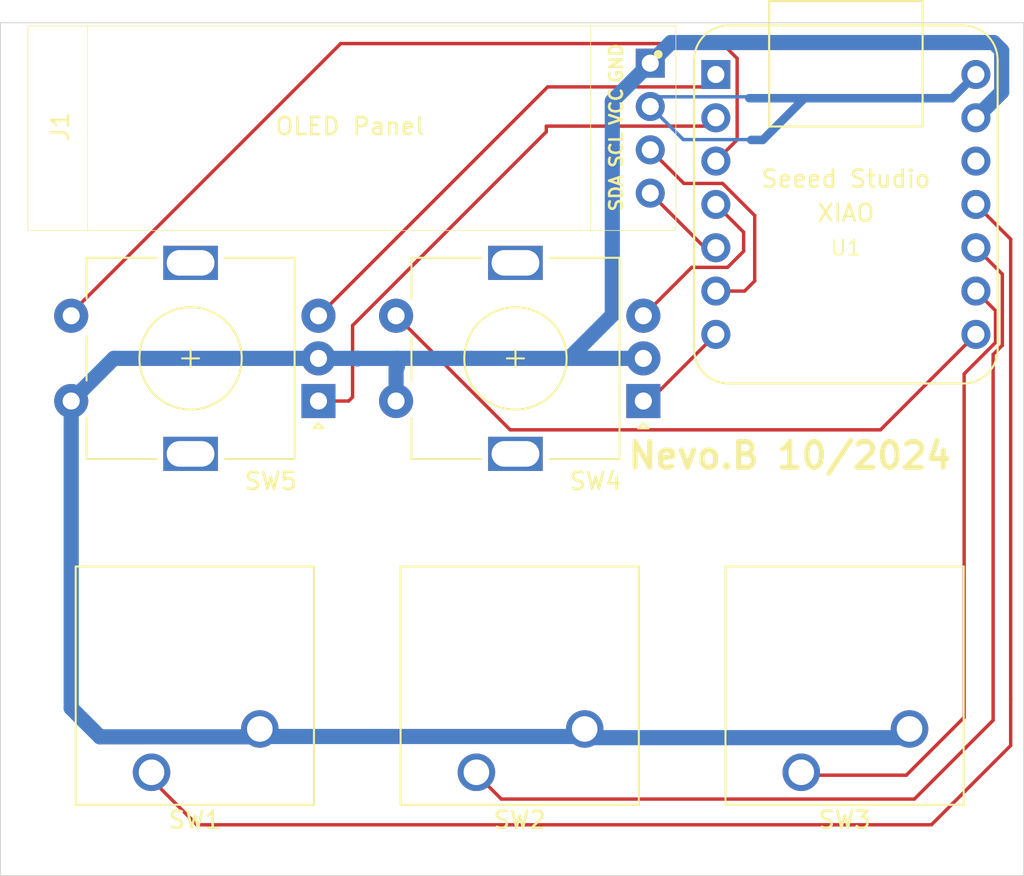
<source format=kicad_pcb>
(kicad_pcb (version 20240108) (generator "pcbnew") (generator_version "8.0")
  (layers (0 "F.Cu" signal) (31 "B.Cu" signal) (34 "B.Paste" user) (35 "F.Paste" user) (36 "B.SilkS" user "B.Silkscreen") (37 "F.SilkS" user "F.Silkscreen") (38 "B.Mask" user) (39 "F.Mask" user) (44 "Edge.Cuts" user))
  (net 0 "")
  (net 1 "GND")
  (net 2 "Net-(U1-PA6_A10_D10_MOSI)")
  (net 3 "Net-(U1-PA5_A9_D9_MISO)")
  (net 4 "Net-(U1-PA7_A8_D8_SCK)")
  (net 5 "Net-(U1-PB09_A7_D7_RX)")
  (net 6 "Net-(U1-PB08_A6_D6_TX)")
  (net 7 "Net-(U1-PA4_A1_D1)")
  (net 8 "Net-(U1-PA10_A2_D2)")
  (net 9 "Net-(U1-PA02_A0_D0)")
  (net 11 "+5V")
  (net 12 "SDA")
  (net 13 "SCL")
  (net 14 "Net-(U1-PA11_A3_D3)")
  (footprint "Rotary_Encoder:RotaryEncoder_Alps_EC11E-Switch_Vertical_H20mm" (layer "F.Cu") (at 147.72 44.95 180)
    (property "Reference" "SW5" (at 2.8 -4.7 0) (layer "F.SilkS"))
    (property "Value" "RotaryEncoder_Switch")
    (fp_line (start 13.6 8.4) (end 9.5 8.4) (stroke (width 0.12)) (layer "F.SilkS"))
    (fp_line (start 13.6 6) (end 13.6 8.4) (stroke (width 0.12)) (layer "F.SilkS"))
    (fp_line (start 13.6 1.2) (end 13.6 3.8) (stroke (width 0.12)) (layer "F.SilkS"))
    (fp_line (start 13.6 -3.4) (end 13.6 -1) (stroke (width 0.12)) (layer "F.SilkS"))
    (fp_line (start 9.5 -3.4) (end 13.6 -3.4) (stroke (width 0.12)) (layer "F.SilkS"))
    (fp_line (start 7.5 2) (end 7.5 3) (stroke (width 0.12)) (layer "F.SilkS"))
    (fp_line (start 7 2.5) (end 8 2.5) (stroke (width 0.12)) (layer "F.SilkS"))
    (fp_line (start 5.5 8.4) (end 1.4 8.4) (stroke (width 0.12)) (layer "F.SilkS"))
    (fp_line (start 5.5 -3.4) (end 1.4 -3.4) (stroke (width 0.12)) (layer "F.SilkS"))
    (fp_line (start 1.4 -3.4) (end 1.4 8.4) (stroke (width 0.12)) (layer "F.SilkS"))
    (fp_line (start 0.3 -1.6) (end 0 -1.3) (stroke (width 0.12)) (layer "F.SilkS"))
    (fp_line (start 0 -1.3) (end -0.3 -1.6) (stroke (width 0.12)) (layer "F.SilkS"))
    (fp_line (start -0.3 -1.6) (end 0.3 -1.6) (stroke (width 0.12)) (layer "F.SilkS"))
    (fp_circle (center 7.5 2.5) (end 10.5 2.5) (stroke (width 0.12)) (fill none) (layer "F.SilkS"))
    (pad "A" thru_hole rect (at 0 0 180) (size 2 2) (drill 1) (layers "*.Cu" "*.Mask") (net 7 "Net-(U1-PA4_A1_D1)"))
    (pad "B" thru_hole circle (at 0 5 180) (size 2 2) (drill 1) (layers "*.Cu" "*.Mask") (net 9 "Net-(U1-PA02_A0_D0)"))
    (pad "C" thru_hole circle (at 0 2.5 180) (size 2 2) (drill 1) (layers "*.Cu" "*.Mask") (net 1 "GND"))
    (pad "MP" thru_hole rect (at 7.5 -3.1 180) (size 3.2 2) (drill oval 2.8 1.5) (layers "*.Cu" "*.Mask"))
    (pad "MP" thru_hole rect (at 7.5 8.1 180) (size 3.2 2) (drill oval 2.8 1.5) (layers "*.Cu" "*.Mask"))
    (pad "S1" thru_hole circle (at 14.5 5 180) (size 2 2) (drill 1) (layers "*.Cu" "*.Mask") (net 8 "Net-(U1-PA10_A2_D2)"))
    (pad "S2" thru_hole circle (at 14.5 0 180) (size 2 2) (drill 1) (layers "*.Cu" "*.Mask") (net 1 "GND"))
  )
  (footprint "Seeed Studio XIAO Series Library:XIAO-Generic-Thruhole-14P-2.54-21X17.8MM" (layer "F.Cu") (at 178.64525 33.422015)
    (property "Reference" "U1" (at 0 2.54 0) (layer "F.SilkS") (effects (font (size 0.889 0.889) (thickness 0.1016))))
    (property "Value" "Seeed Studio XIAO SAMD21" (hide yes))
    (fp_line (start -8.9 -8.5) (end -8.9 8.5) (stroke (width 0.127)) (layer "F.SilkS"))
    (fp_line (start -6.9 10.5) (end 6.9 10.5) (stroke (width 0.127)) (layer "F.SilkS"))
    (fp_line (start -4.5 -11.92403) (end 4.5 -11.92403) (stroke (width 0.127)) (layer "F.SilkS"))
    (fp_line (start -4.5 -4.57073) (end -4.5 -11.92403) (stroke (width 0.127)) (layer "F.SilkS"))
    (fp_line (start 4.5 -11.92403) (end 4.5 -4.57073) (stroke (width 0.127)) (layer "F.SilkS"))
    (fp_line (start 4.5 -4.57073) (end -4.5 -4.57073) (stroke (width 0.127)) (layer "F.SilkS"))
    (fp_line (start 6.9 -10.49909) (end -6.9 -10.49909) (stroke (width 0.127)) (layer "F.SilkS"))
    (fp_line (start 8.9 8.5) (end 8.9 -8.5) (stroke (width 0.127)) (layer "F.SilkS"))
    (fp_arc (start -8.9 -8.5) (mid -8.301491 -9.901491) (end -6.9 -10.5) (stroke (width 0.12)) (layer "F.SilkS"))
    (fp_arc (start -6.9 10.5) (mid -8.301423 9.901423) (end -8.9 8.5) (stroke (width 0.12)) (layer "F.SilkS"))
    (fp_arc (start 6.9 -10.5) (mid 8.301494 -9.901494) (end 8.9 -8.5) (stroke (width 0.12)) (layer "F.SilkS"))
    (fp_arc (start 8.9 8.5) (mid 8.314214 9.914214) (end 6.9 10.5) (stroke (width 0.12)) (layer "F.SilkS"))
    (fp_circle (center -11 -8.8) (end -11 -9.054) (fill solid) (layer "F.SilkS"))
    (fp_poly (pts (xy -8.887715 -8.561705) (xy -8.884667 -8.610473) (xy -8.880603 -8.659494)) (stroke (width 0.0254)) (fill none) (layer "F.SilkS"))
    (fp_poly (pts (xy 8.889492 8.521574) (xy 8.887713 8.57085) (xy 8.884665 8.619618) (xy 8.880601 8.668639) (xy 8.875268 8.717407) (xy 8.868664 8.766175) (xy 8.861044 8.81469) (xy 8.852153 8.86295) (xy 8.842248 8.910955)) (stroke (width 0.0254)) (fill none) (layer "F.SilkS"))
    (fp_text user "Seeed Studio" (at 0 -1.5 0) (layer "F.SilkS"))
    (fp_text user "XIAO" (at 0 0.5 0) (layer "F.SilkS"))
    (pad "1" thru_hole rect (at -7.625 -7.62) (size 1.7 1.7) (drill 1) (layers "*.Cu" "*.Mask") (net 9 "Net-(U1-PA02_A0_D0)"))
    (pad "2" thru_hole circle (at -7.625 -5.08) (size 1.7 1.7) (drill 1) (layers "*.Cu" "*.Mask") (net 7 "Net-(U1-PA4_A1_D1)"))
    (pad "3" thru_hole circle (at -7.625 -2.54) (size 1.7 1.7) (drill 1) (layers "*.Cu" "*.Mask") (net 8 "Net-(U1-PA10_A2_D2)"))
    (pad "4" thru_hole circle (at -7.625 0) (size 1.7 1.7) (drill 1) (layers "*.Cu" "*.Mask") (net 14 "Net-(U1-PA11_A3_D3)"))
    (pad "5" thru_hole circle (at -7.625 2.54) (size 1.7 1.7) (drill 1) (layers "*.Cu" "*.Mask") (net 12 "SDA"))
    (pad "6" thru_hole circle (at -7.625 5.08 180) (size 1.7 1.7) (drill 1) (layers "*.Cu" "*.Mask") (net 13 "SCL"))
    (pad "7" thru_hole circle (at -7.625 7.62) (size 1.7 1.7) (drill 1) (layers "*.Cu" "*.Mask") (net 6 "Net-(U1-PB08_A6_D6_TX)"))
    (pad "8" thru_hole circle (at 7.625 7.62) (size 1.7 1.7) (drill 1) (layers "*.Cu" "*.Mask") (net 5 "Net-(U1-PB09_A7_D7_RX)"))
    (pad "9" thru_hole circle (at 7.625 5.08) (size 1.7 1.7) (drill 1) (layers "*.Cu" "*.Mask") (net 4 "Net-(U1-PA7_A8_D8_SCK)"))
    (pad "10" thru_hole circle (at 7.625 2.54) (size 1.7 1.7) (drill 1) (layers "*.Cu" "*.Mask") (net 3 "Net-(U1-PA5_A9_D9_MISO)"))
    (pad "11" thru_hole circle (at 7.625 0) (size 1.7 1.7) (drill 1) (layers "*.Cu" "*.Mask") (net 2 "Net-(U1-PA6_A10_D10_MOSI)"))
    (pad "12" thru_hole circle (at 7.625 -2.54) (size 1.7 1.7) (drill 1) (layers "*.Cu" "*.Mask"))
    (pad "13" thru_hole circle (at 7.625 -5.08) (size 1.7 1.7) (drill 1) (layers "*.Cu" "*.Mask") (net 1 "GND"))
    (pad "14" thru_hole circle (at 7.625 -7.62) (size 1.7 1.7) (drill 1) (layers "*.Cu" "*.Mask") (net 11 "+5V"))
  )
  (footprint "Button_Switch_Keyboard:SW_Cherry_MX_1.00u_PCB" (layer "F.Cu") (at 137.93 66.72 180)
    (property "Reference" "SW1" (at -2.54 -2.794 0) (layer "F.SilkS"))
    (property "Value" "SW_Push")
    (fp_line (start 4.445 12.065) (end -9.525 12.065) (stroke (width 0.12)) (layer "F.SilkS"))
    (fp_line (start 4.445 -1.905) (end 4.445 12.065) (stroke (width 0.12)) (layer "F.SilkS"))
    (fp_line (start -9.525 12.065) (end -9.525 -1.905) (stroke (width 0.12)) (layer "F.SilkS"))
    (fp_line (start -9.525 -1.905) (end 4.445 -1.905) (stroke (width 0.12)) (layer "F.SilkS"))
    (pad "" np_thru_hole circle (at -7.62 5.08 180) (size 1.7 1.7) (drill 1.7) (layers "*.Cu" "*.Mask"))
    (pad "" np_thru_hole circle (at -2.54 5.08 180) (size 4 4) (drill 4) (layers "*.Cu" "*.Mask"))
    (pad "" np_thru_hole circle (at 2.54 5.08 180) (size 1.7 1.7) (drill 1.7) (layers "*.Cu" "*.Mask"))
    (pad "1" thru_hole circle (at 0 0 180) (size 2.2 2.2) (drill 1.5) (layers "*.Cu" "*.Mask") (net 2 "Net-(U1-PA6_A10_D10_MOSI)"))
    (pad "2" thru_hole circle (at -6.35 2.54 180) (size 2.2 2.2) (drill 1.5) (layers "*.Cu" "*.Mask") (net 1 "GND"))
  )
  (footprint "Rotary_Encoder:RotaryEncoder_Alps_EC11E-Switch_Vertical_H20mm" (layer "F.Cu") (at 166.77 44.95 180)
    (property "Reference" "SW4" (at 2.8 -4.7 0) (layer "F.SilkS"))
    (property "Value" "RotaryEncoder_Switch")
    (fp_line (start 13.6 8.4) (end 9.5 8.4) (stroke (width 0.12)) (layer "F.SilkS"))
    (fp_line (start 13.6 6) (end 13.6 8.4) (stroke (width 0.12)) (layer "F.SilkS"))
    (fp_line (start 13.6 1.2) (end 13.6 3.8) (stroke (width 0.12)) (layer "F.SilkS"))
    (fp_line (start 13.6 -3.4) (end 13.6 -1) (stroke (width 0.12)) (layer "F.SilkS"))
    (fp_line (start 9.5 -3.4) (end 13.6 -3.4) (stroke (width 0.12)) (layer "F.SilkS"))
    (fp_line (start 7.5 2) (end 7.5 3) (stroke (width 0.12)) (layer "F.SilkS"))
    (fp_line (start 7 2.5) (end 8 2.5) (stroke (width 0.12)) (layer "F.SilkS"))
    (fp_line (start 5.5 8.4) (end 1.4 8.4) (stroke (width 0.12)) (layer "F.SilkS"))
    (fp_line (start 5.5 -3.4) (end 1.4 -3.4) (stroke (width 0.12)) (layer "F.SilkS"))
    (fp_line (start 1.4 -3.4) (end 1.4 8.4) (stroke (width 0.12)) (layer "F.SilkS"))
    (fp_line (start 0.3 -1.6) (end 0 -1.3) (stroke (width 0.12)) (layer "F.SilkS"))
    (fp_line (start 0 -1.3) (end -0.3 -1.6) (stroke (width 0.12)) (layer "F.SilkS"))
    (fp_line (start -0.3 -1.6) (end 0.3 -1.6) (stroke (width 0.12)) (layer "F.SilkS"))
    (fp_circle (center 7.5 2.5) (end 10.5 2.5) (stroke (width 0.12)) (fill none) (layer "F.SilkS"))
    (pad "A" thru_hole rect (at 0 0 180) (size 2 2) (drill 1) (layers "*.Cu" "*.Mask") (net 6 "Net-(U1-PB08_A6_D6_TX)"))
    (pad "B" thru_hole circle (at 0 5 180) (size 2 2) (drill 1) (layers "*.Cu" "*.Mask") (net 14 "Net-(U1-PA11_A3_D3)"))
    (pad "C" thru_hole circle (at 0 2.5 180) (size 2 2) (drill 1) (layers "*.Cu" "*.Mask") (net 1 "GND"))
    (pad "MP" thru_hole rect (at 7.5 -3.1 180) (size 3.2 2) (drill oval 2.8 1.5) (layers "*.Cu" "*.Mask"))
    (pad "MP" thru_hole rect (at 7.5 8.1 180) (size 3.2 2) (drill oval 2.8 1.5) (layers "*.Cu" "*.Mask"))
    (pad "S1" thru_hole circle (at 14.5 5 180) (size 2 2) (drill 1) (layers "*.Cu" "*.Mask") (net 5 "Net-(U1-PB09_A7_D7_RX)"))
    (pad "S2" thru_hole circle (at 14.5 0 180) (size 2 2) (drill 1) (layers "*.Cu" "*.Mask") (net 1 "GND"))
  )
  (footprint "Button_Switch_Keyboard:SW_Cherry_MX_1.00u_PCB" (layer "F.Cu") (at 176.03 66.72 180)
    (property "Reference" "SW3" (at -2.54 -2.794 0) (layer "F.SilkS"))
    (property "Value" "SW_Push")
    (fp_line (start 4.445 12.065) (end -9.525 12.065) (stroke (width 0.12)) (layer "F.SilkS"))
    (fp_line (start 4.445 -1.905) (end 4.445 12.065) (stroke (width 0.12)) (layer "F.SilkS"))
    (fp_line (start -9.525 12.065) (end -9.525 -1.905) (stroke (width 0.12)) (layer "F.SilkS"))
    (fp_line (start -9.525 -1.905) (end 4.445 -1.905) (stroke (width 0.12)) (layer "F.SilkS"))
    (pad "" np_thru_hole circle (at -7.62 5.08 180) (size 1.7 1.7) (drill 1.7) (layers "*.Cu" "*.Mask"))
    (pad "" np_thru_hole circle (at -2.54 5.08 180) (size 4 4) (drill 4) (layers "*.Cu" "*.Mask"))
    (pad "" np_thru_hole circle (at 2.54 5.08 180) (size 1.7 1.7) (drill 1.7) (layers "*.Cu" "*.Mask"))
    (pad "1" thru_hole circle (at 0 0 180) (size 2.2 2.2) (drill 1.5) (layers "*.Cu" "*.Mask") (net 4 "Net-(U1-PA7_A8_D8_SCK)"))
    (pad "2" thru_hole circle (at -6.35 2.54 180) (size 2.2 2.2) (drill 1.5) (layers "*.Cu" "*.Mask") (net 1 "GND"))
  )
  (footprint "test:SSD1306-0.91-OLED-4pin-128x32" (layer "F.Cu") (at 130.675 22.95)
    (property "Reference" "J1" (at 1.9 5.91 90) (layer "F.SilkS"))
    (property "Value" "Conn_01x04")
    (fp_line (start 0 0) (end 0 12) (stroke (width 0.04)) (layer "F.SilkS"))
    (fp_line (start 0 12) (end 38 12) (stroke (width 0.04)) (layer "F.SilkS"))
    (fp_line (start 3.5 0) (end 3.5 12) (stroke (width 0.04)) (layer "F.SilkS"))
    (fp_line (start 33 0) (end 33 12) (stroke (width 0.04)) (layer "F.SilkS"))
    (fp_line (start 38 0) (end 0 0) (stroke (width 0.04)) (layer "F.SilkS"))
    (fp_line (start 38 12) (end 38 0) (stroke (width 0.04)) (layer "F.SilkS"))
    (fp_text user "GND" (at 34.5 2.19 -90) (layer "F.SilkS") (effects (font (size 0.75 0.75))))
    (fp_text user "OLED Panel" (at 18.885 5.885 0) (layer "F.SilkS"))
    (fp_text user "VCC" (at 34.5 4.73 -90) (layer "F.SilkS") (effects (font (size 0.75 0.75))))
    (fp_text user "SDA" (at 34.5 9.81 -90) (layer "F.SilkS") (effects (font (size 0.75 0.75))))
    (fp_text user "SCL" (at 34.5 7.27 -90) (layer "F.SilkS") (effects (font (size 0.75 0.75))))
    (pad "1" thru_hole rect (at 36.5 2.19) (size 1.7 1.7) (drill 1) (layers "*.Cu" "*.Mask") (net 1 "GND"))
    (pad "2" thru_hole oval (at 36.5 4.73) (size 1.7 1.7) (drill 1) (layers "*.Cu" "*.Mask") (net 11 "+5V"))
    (pad "3" thru_hole oval (at 36.5 7.27) (size 1.7 1.7) (drill 1) (layers "*.Cu" "*.Mask") (net 13 "SCL"))
    (pad "4" thru_hole oval (at 36.5 9.81) (size 1.7 1.7) (drill 1) (layers "*.Cu" "*.Mask") (net 12 "SDA"))
  )
  (footprint "Button_Switch_Keyboard:SW_Cherry_MX_1.00u_PCB" (layer "F.Cu") (at 156.98 66.72 180)
    (property "Reference" "SW2" (at -2.54 -2.794 0) (layer "F.SilkS"))
    (property "Value" "SW_Push")
    (fp_line (start 4.445 12.065) (end -9.525 12.065) (stroke (width 0.12)) (layer "F.SilkS"))
    (fp_line (start 4.445 -1.905) (end 4.445 12.065) (stroke (width 0.12)) (layer "F.SilkS"))
    (fp_line (start -9.525 12.065) (end -9.525 -1.905) (stroke (width 0.12)) (layer "F.SilkS"))
    (fp_line (start -9.525 -1.905) (end 4.445 -1.905) (stroke (width 0.12)) (layer "F.SilkS"))
    (pad "" np_thru_hole circle (at -7.62 5.08 180) (size 1.7 1.7) (drill 1.7) (layers "*.Cu" "*.Mask"))
    (pad "" np_thru_hole circle (at -2.54 5.08 180) (size 4 4) (drill 4) (layers "*.Cu" "*.Mask"))
    (pad "" np_thru_hole circle (at 2.54 5.08 180) (size 1.7 1.7) (drill 1.7) (layers "*.Cu" "*.Mask"))
    (pad "1" thru_hole circle (at 0 0 180) (size 2.2 2.2) (drill 1.5) (layers "*.Cu" "*.Mask") (net 3 "Net-(U1-PA5_A9_D9_MISO)"))
    (pad "2" thru_hole circle (at -6.35 2.54 180) (size 2.2 2.2) (drill 1.5) (layers "*.Cu" "*.Mask") (net 1 "GND"))
  )
  (gr_rect (start 129.07 22.77) (end 189.07 72.77) (stroke (width 0.05)) (fill none) (layer "Edge.Cuts"))
  (gr_text "Nevo.B 10/2024" (at 165.73 49.03 0) (layer "F.SilkS") (effects (font (size 1.5 1.5) (thickness 0.3) (bold yes)) (justify left bottom)))
  (segment (start 163.33 64.18) (end 163.84 64.69) (width 0.889) (layer "B.Cu") (net 1))
  (segment (start 150 42.48) (end 149.97 42.45) (width 0.889) (layer "B.Cu") (net 1))
  (segment (start 144.72 64.62) (end 162.89 64.62) (width 0.889) (layer "B.Cu") (net 1))
  (segment (start 134.9 64.64) (end 143.82 64.64) (width 0.889) (layer "B.Cu") (net 1))
  (segment (start 150.03 42.45) (end 152.34 42.45) (width 0.889) (layer "B.Cu") (net 1))
  (segment (start 186.377985 28.342015) (end 186.41 28.31) (width 0.889) (layer "B.Cu") (net 1))
  (segment (start 167.175 25.14) (end 164.95 27.365) (width 0.889) (layer "B.Cu") (net 1))
  (segment (start 147.72 42.45) (end 135.72 42.45) (width 0.889) (layer "B.Cu") (net 1))
  (segment (start 152.34 42.95) (end 152.27 43.02) (width 0.889) (layer "B.Cu") (net 1))
  (segment (start 150 42.48) (end 150.03 42.45) (width 0.889) (layer "B.Cu") (net 1))
  (segment (start 149.97 42.45) (end 147.72 42.45) (width 0.889) (layer "B.Cu") (net 1))
  (segment (start 133.22 62.96) (end 134.9 64.64) (width 0.889) (layer "B.Cu") (net 1))
  (segment (start 187.78 24.4) (end 187.31 23.93) (width 0.889) (layer "B.Cu") (net 1))
  (segment (start 144.28 64.18) (end 144.72 64.62) (width 0.889) (layer "B.Cu") (net 1))
  (segment (start 164.95 27.365) (end 164.95 39.91) (width 0.889) (layer "B.Cu") (net 1))
  (segment (start 187.78 26.832265) (end 187.78 24.4) (width 0.889) (layer "B.Cu") (net 1))
  (segment (start 152.27 43.02) (end 152.27 44.95) (width 0.889) (layer "B.Cu") (net 1))
  (segment (start 135.72 42.45) (end 133.22 44.95) (width 0.889) (layer "B.Cu") (net 1))
  (segment (start 133.22 44.95) (end 133.22 62.96) (width 0.889) (layer "B.Cu") (net 1))
  (segment (start 143.82 64.64) (end 144.28 64.18) (width 0.889) (layer "B.Cu") (net 1))
  (segment (start 163.84 64.69) (end 181.87 64.69) (width 0.889) (layer "B.Cu") (net 1))
  (segment (start 152.34 42.45) (end 166.77 42.45) (width 0.889) (layer "B.Cu") (net 1))
  (segment (start 181.87 64.69) (end 182.38 64.18) (width 0.889) (layer "B.Cu") (net 1))
  (segment (start 186.27025 28.342015) (end 186.377985 28.342015) (width 0.889) (layer "B.Cu") (net 1))
  (segment (start 168.385 23.93) (end 167.175 25.14) (width 0.889) (layer "B.Cu") (net 1))
  (segment (start 162.89 64.62) (end 163.33 64.18) (width 0.889) (layer "B.Cu") (net 1))
  (segment (start 187.31 23.93) (end 168.385 23.93) (width 0.889) (layer "B.Cu") (net 1))
  (segment (start 152.34 42.45) (end 152.34 42.95) (width 0.889) (layer "B.Cu") (net 1))
  (segment (start 164.95 39.91) (end 162.41 42.45) (width 0.889) (layer "B.Cu") (net 1))
  (segment (start 186.27025 28.342015) (end 187.78 26.832265) (width 0.889) (layer "B.Cu") (net 1))
  (segment (start 183.66 69.8) (end 188.31 65.15) (width 0.2) (layer "F.Cu") (net 2))
  (segment (start 188.31 62.47) (end 188.31 35.461765) (width 0.2) (layer "F.Cu") (net 2))
  (segment (start 188.31 35.461765) (end 186.27025 33.422015) (width 0.2) (layer "F.Cu") (net 2))
  (segment (start 137.68 66.89) (end 140.59 69.8) (width 0.2) (layer "F.Cu") (net 2))
  (segment (start 140.59 69.8) (end 183.66 69.8) (width 0.2) (layer "F.Cu") (net 2))
  (segment (start 188.31 65.15) (end 188.31 62.35) (width 0.2) (layer "F.Cu") (net 2))
  (segment (start 158.44 68.29) (end 182.66 68.29) (width 0.2) (layer "F.Cu") (net 3))
  (segment (start 157.04 66.89) (end 158.44 68.29) (width 0.2) (layer "F.Cu") (net 3))
  (segment (start 187.82 41.684297) (end 187.82 37.511765) (width 0.2) (layer "F.Cu") (net 3))
  (segment (start 187.82 37.511765) (end 186.27025 35.962015) (width 0.2) (layer "F.Cu") (net 3))
  (segment (start 187.28 63.67) (end 187.28 42.224297) (width 0.2) (layer "F.Cu") (net 3))
  (segment (start 187.28 42.224297) (end 187.82 41.684297) (width 0.2) (layer "F.Cu") (net 3))
  (segment (start 182.66 68.29) (end 187.28 63.67) (width 0.2) (layer "F.Cu") (net 3))
  (segment (start 185.58 63.499899) (end 185.58 43.358611) (width 0.2) (layer "F.Cu") (net 4))
  (segment (start 176.54 66.89) (end 182.189899 66.89) (width 0.2) (layer "F.Cu") (net 4))
  (segment (start 182.189899 66.89) (end 185.58 63.499899) (width 0.2) (layer "F.Cu") (net 4))
  (segment (start 185.58 43.358611) (end 187.42025 41.518361) (width 0.2) (layer "F.Cu") (net 4))
  (segment (start 187.42025 39.652015) (end 186.27025 38.502015) (width 0.2) (layer "F.Cu") (net 4))
  (segment (start 187.42025 41.518361) (end 187.42025 39.652015) (width 0.2) (layer "F.Cu") (net 4))
  (segment (start 152.31 39.99) (end 158.96 46.64) (width 0.2) (layer "F.Cu") (net 5))
  (segment (start 180.672265 46.64) (end 186.27025 41.042015) (width 0.2) (layer "F.Cu") (net 5))
  (segment (start 158.96 46.64) (end 180.672265 46.64) (width 0.2) (layer "F.Cu") (net 5))
  (segment (start 171.02025 41.042015) (end 167.112265 44.95) (width 0.2) (layer "F.Cu") (net 6))
  (segment (start 149.49 44.95) (end 147.72 44.95) (width 0.2) (layer "F.Cu") (net 7))
  (segment (start 149.72 44.72) (end 149.49 44.95) (width 0.2) (layer "F.Cu") (net 7))
  (segment (start 161.08 28.83) (end 161.08 29.16) (width 0.2) (layer "F.Cu") (net 7))
  (segment (start 170.532265 28.83) (end 161.08 28.83) (width 0.2) (layer "F.Cu") (net 7))
  (segment (start 161.08 29.16) (end 149.72 40.52) (width 0.2) (layer "F.Cu") (net 7))
  (segment (start 149.72 40.52) (end 149.72 44.72) (width 0.2) (layer "F.Cu") (net 7))
  (segment (start 171.02025 28.342015) (end 170.532265 28.83) (width 0.2) (layer "F.Cu") (net 7))
  (segment (start 172.27 29.632265) (end 171.02025 30.882015) (width 0.2) (layer "F.Cu") (net 8))
  (segment (start 133.06 39.95) (end 149.02 23.99) (width 0.2) (layer "F.Cu") (net 8))
  (segment (start 172.27 24.86) (end 172.27 29.632265) (width 0.2) (layer "F.Cu") (net 8))
  (segment (start 171.4 23.99) (end 172.27 24.86) (width 0.2) (layer "F.Cu") (net 8))
  (segment (start 149.02 23.99) (end 171.4 23.99) (width 0.2) (layer "F.Cu") (net 8))
  (segment (start 147.74 39.95) (end 161.16 26.53) (width 0.2) (layer "F.Cu") (net 9))
  (segment (start 170.292265 26.53) (end 171.02025 25.802015) (width 0.2) (layer "F.Cu") (net 9))
  (segment (start 161.16 26.53) (end 170.292265 26.53) (width 0.2) (layer "F.Cu") (net 9))
  (segment (start 184.88025 27.192015) (end 176.22 27.192015) (width 0.5) (layer "B.Cu") (net 11))
  (segment (start 173.772015 29.64) (end 173.09 29.64) (width 0.5) (layer "B.Cu") (net 11))
  (segment (start 172.897985 27.11) (end 167.745 27.11) (width 0.2) (layer "B.Cu") (net 11))
  (segment (start 184.88025 27.192015) (end 186.27025 25.802015) (width 0.5) (layer "B.Cu") (net 11))
  (segment (start 169.115 29.62) (end 167.175 27.68) (width 0.2) (layer "B.Cu") (net 11))
  (segment (start 167.745 27.11) (end 167.175 27.68) (width 0.2) (layer "B.Cu") (net 11))
  (segment (start 172.98 27.192015) (end 172.897985 27.11) (width 0.2) (layer "B.Cu") (net 11))
  (segment (start 176.22 27.192015) (end 173.772015 29.64) (width 0.5) (layer "B.Cu") (net 11))
  (segment (start 176.22 27.192015) (end 172.98 27.192015) (width 0.5) (layer "B.Cu") (net 11))
  (segment (start 173.07 29.62) (end 173.09 29.64) (width 0.2) (layer "B.Cu") (net 11))
  (segment (start 169.115 29.62) (end 173.07 29.62) (width 0.2) (layer "B.Cu") (net 11))
  (segment (start 167.175 32.76) (end 170.377015 35.962015) (width 0.2) (layer "F.Cu") (net 12))
  (segment (start 170.377015 35.962015) (end 171.02025 35.962015) (width 0.2) (layer "F.Cu") (net 12))
  (segment (start 167.175 30.22) (end 169.145 32.19) (width 0.2) (layer "F.Cu") (net 13))
  (segment (start 172.707985 38.502015) (end 171.02025 38.502015) (width 0.2) (layer "F.Cu") (net 13))
  (segment (start 169.145 32.19) (end 171.414581 32.19) (width 0.2) (layer "F.Cu") (net 13))
  (segment (start 173.3 34.075419) (end 173.3 37.91) (width 0.2) (layer "F.Cu") (net 13))
  (segment (start 173.3 37.91) (end 172.707985 38.502015) (width 0.2) (layer "F.Cu") (net 13))
  (segment (start 171.414581 32.19) (end 173.3 34.075419) (width 0.2) (layer "F.Cu") (net 13))
  (segment (start 171.02025 33.422015) (end 172.65 35.051765) (width 0.2) (layer "F.Cu") (net 14))
  (segment (start 171.707985 37.112015) (end 169.607985 37.112015) (width 0.2) (layer "F.Cu") (net 14))
  (segment (start 172.65 35.051765) (end 172.65 36.17) (width 0.2) (layer "F.Cu") (net 14))
  (segment (start 172.65 36.17) (end 171.707985 37.112015) (width 0.2) (layer "F.Cu") (net 14))
  (segment (start 169.607985 37.112015) (end 166.77 39.95) (width 0.2) (layer "F.Cu") (net 14))
)
</source>
